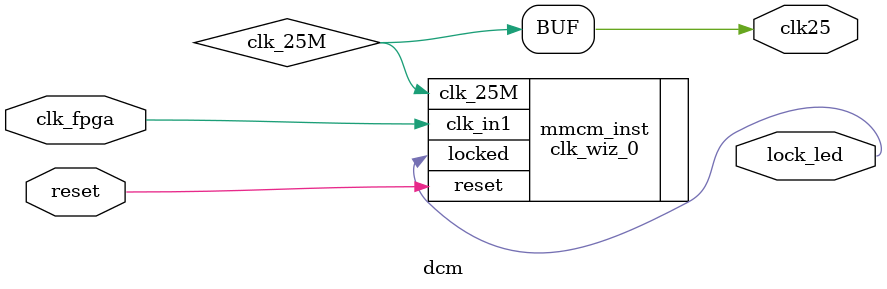
<source format=v>
`timescale 1ns / 1ps


module dcm(
    input clk_fpga,
    input reset,
    output lock_led,
    output clk25
    );
    
    wire clk_25M;
    
    
      clk_wiz_0 mmcm_inst
      (
      // Clock out ports  
      .clk_25M(clk_25M),
      // Status and control signals               
      .reset(reset), 
      .locked(lock_led),
     // Clock in ports
      .clk_in1(clk_fpga)
      );
    
    assign clk25 = clk_25M;
        
endmodule

</source>
